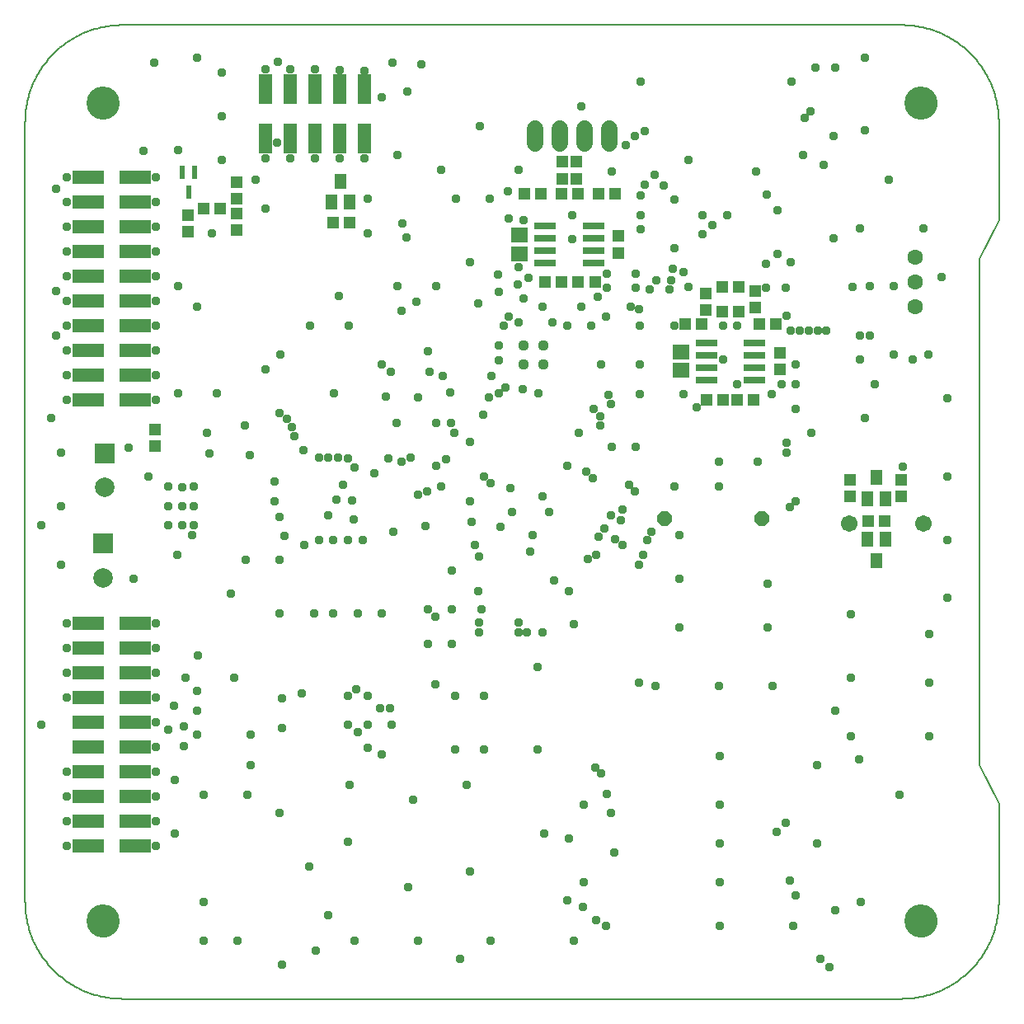
<source format=gbs>
G75*
%MOIN*%
%OFA0B0*%
%FSLAX25Y25*%
%IPPOS*%
%LPD*%
%AMOC8*
5,1,8,0,0,1.08239X$1,22.5*
%
%ADD10C,0.00600*%
%ADD11C,0.00000*%
%ADD12C,0.13398*%
%ADD13R,0.12800X0.05800*%
%ADD14R,0.05800X0.12300*%
%ADD15C,0.06312*%
%ADD16R,0.08600X0.03000*%
%ADD17R,0.05131X0.04737*%
%ADD18R,0.04737X0.05131*%
%ADD19R,0.06706X0.05918*%
%ADD20C,0.06706*%
%ADD21R,0.04737X0.06312*%
%ADD22OC8,0.05950*%
%ADD23R,0.02400X0.05400*%
%ADD24R,0.07887X0.07887*%
%ADD25C,0.07887*%
%ADD26C,0.06800*%
%ADD27C,0.03778*%
%ADD28C,0.04369*%
D10*
X0073544Y0042166D02*
X0388505Y0042166D01*
X0389456Y0042177D01*
X0390407Y0042212D01*
X0391357Y0042269D01*
X0392305Y0042350D01*
X0393251Y0042453D01*
X0394194Y0042579D01*
X0395133Y0042728D01*
X0396069Y0042899D01*
X0397000Y0043094D01*
X0397927Y0043310D01*
X0398848Y0043549D01*
X0399763Y0043810D01*
X0400671Y0044093D01*
X0401572Y0044398D01*
X0402466Y0044724D01*
X0403351Y0045073D01*
X0404228Y0045442D01*
X0405096Y0045832D01*
X0405953Y0046244D01*
X0406801Y0046676D01*
X0407638Y0047128D01*
X0408464Y0047600D01*
X0409278Y0048092D01*
X0410080Y0048604D01*
X0410870Y0049135D01*
X0411646Y0049685D01*
X0412409Y0050253D01*
X0413158Y0050840D01*
X0413892Y0051445D01*
X0414612Y0052067D01*
X0415317Y0052707D01*
X0416005Y0053363D01*
X0416678Y0054036D01*
X0417334Y0054724D01*
X0417974Y0055429D01*
X0418596Y0056149D01*
X0419201Y0056883D01*
X0419788Y0057632D01*
X0420356Y0058395D01*
X0420906Y0059171D01*
X0421437Y0059961D01*
X0421949Y0060763D01*
X0422441Y0061577D01*
X0422913Y0062403D01*
X0423365Y0063240D01*
X0423797Y0064088D01*
X0424209Y0064945D01*
X0424599Y0065813D01*
X0424968Y0066690D01*
X0425317Y0067575D01*
X0425643Y0068469D01*
X0425948Y0069370D01*
X0426231Y0070278D01*
X0426492Y0071193D01*
X0426731Y0072114D01*
X0426947Y0073041D01*
X0427142Y0073972D01*
X0427313Y0074908D01*
X0427462Y0075847D01*
X0427588Y0076790D01*
X0427691Y0077736D01*
X0427772Y0078684D01*
X0427829Y0079634D01*
X0427864Y0080585D01*
X0427875Y0081536D01*
X0427875Y0120906D01*
X0420001Y0136654D01*
X0420001Y0341379D01*
X0427875Y0357127D01*
X0427875Y0396497D01*
X0427864Y0397448D01*
X0427829Y0398399D01*
X0427772Y0399349D01*
X0427691Y0400297D01*
X0427588Y0401243D01*
X0427462Y0402186D01*
X0427313Y0403125D01*
X0427142Y0404061D01*
X0426947Y0404992D01*
X0426731Y0405919D01*
X0426492Y0406840D01*
X0426231Y0407755D01*
X0425948Y0408663D01*
X0425643Y0409564D01*
X0425317Y0410458D01*
X0424968Y0411343D01*
X0424599Y0412220D01*
X0424209Y0413088D01*
X0423797Y0413945D01*
X0423365Y0414793D01*
X0422913Y0415630D01*
X0422441Y0416456D01*
X0421949Y0417270D01*
X0421437Y0418072D01*
X0420906Y0418862D01*
X0420356Y0419638D01*
X0419788Y0420401D01*
X0419201Y0421150D01*
X0418596Y0421884D01*
X0417974Y0422604D01*
X0417334Y0423309D01*
X0416678Y0423997D01*
X0416005Y0424670D01*
X0415317Y0425326D01*
X0414612Y0425966D01*
X0413892Y0426588D01*
X0413158Y0427193D01*
X0412409Y0427780D01*
X0411646Y0428348D01*
X0410870Y0428898D01*
X0410080Y0429429D01*
X0409278Y0429941D01*
X0408464Y0430433D01*
X0407638Y0430905D01*
X0406801Y0431357D01*
X0405953Y0431789D01*
X0405096Y0432201D01*
X0404228Y0432591D01*
X0403351Y0432960D01*
X0402466Y0433309D01*
X0401572Y0433635D01*
X0400671Y0433940D01*
X0399763Y0434223D01*
X0398848Y0434484D01*
X0397927Y0434723D01*
X0397000Y0434939D01*
X0396069Y0435134D01*
X0395133Y0435305D01*
X0394194Y0435454D01*
X0393251Y0435580D01*
X0392305Y0435683D01*
X0391357Y0435764D01*
X0390407Y0435821D01*
X0389456Y0435856D01*
X0388505Y0435867D01*
X0073544Y0435867D01*
X0072593Y0435856D01*
X0071642Y0435821D01*
X0070692Y0435764D01*
X0069744Y0435683D01*
X0068798Y0435580D01*
X0067855Y0435454D01*
X0066916Y0435305D01*
X0065980Y0435134D01*
X0065049Y0434939D01*
X0064122Y0434723D01*
X0063201Y0434484D01*
X0062286Y0434223D01*
X0061378Y0433940D01*
X0060477Y0433635D01*
X0059583Y0433309D01*
X0058698Y0432960D01*
X0057821Y0432591D01*
X0056953Y0432201D01*
X0056096Y0431789D01*
X0055248Y0431357D01*
X0054411Y0430905D01*
X0053585Y0430433D01*
X0052771Y0429941D01*
X0051969Y0429429D01*
X0051179Y0428898D01*
X0050403Y0428348D01*
X0049640Y0427780D01*
X0048891Y0427193D01*
X0048157Y0426588D01*
X0047437Y0425966D01*
X0046732Y0425326D01*
X0046044Y0424670D01*
X0045371Y0423997D01*
X0044715Y0423309D01*
X0044075Y0422604D01*
X0043453Y0421884D01*
X0042848Y0421150D01*
X0042261Y0420401D01*
X0041693Y0419638D01*
X0041143Y0418862D01*
X0040612Y0418072D01*
X0040100Y0417270D01*
X0039608Y0416456D01*
X0039136Y0415630D01*
X0038684Y0414793D01*
X0038252Y0413945D01*
X0037840Y0413088D01*
X0037450Y0412220D01*
X0037081Y0411343D01*
X0036732Y0410458D01*
X0036406Y0409564D01*
X0036101Y0408663D01*
X0035818Y0407755D01*
X0035557Y0406840D01*
X0035318Y0405919D01*
X0035102Y0404992D01*
X0034907Y0404061D01*
X0034736Y0403125D01*
X0034587Y0402186D01*
X0034461Y0401243D01*
X0034358Y0400297D01*
X0034277Y0399349D01*
X0034220Y0398399D01*
X0034185Y0397448D01*
X0034174Y0396497D01*
X0034174Y0081536D01*
X0034185Y0080585D01*
X0034220Y0079634D01*
X0034277Y0078684D01*
X0034358Y0077736D01*
X0034461Y0076790D01*
X0034587Y0075847D01*
X0034736Y0074908D01*
X0034907Y0073972D01*
X0035102Y0073041D01*
X0035318Y0072114D01*
X0035557Y0071193D01*
X0035818Y0070278D01*
X0036101Y0069370D01*
X0036406Y0068469D01*
X0036732Y0067575D01*
X0037081Y0066690D01*
X0037450Y0065813D01*
X0037840Y0064945D01*
X0038252Y0064088D01*
X0038684Y0063240D01*
X0039136Y0062403D01*
X0039608Y0061577D01*
X0040100Y0060763D01*
X0040612Y0059961D01*
X0041143Y0059171D01*
X0041693Y0058395D01*
X0042261Y0057632D01*
X0042848Y0056883D01*
X0043453Y0056149D01*
X0044075Y0055429D01*
X0044715Y0054724D01*
X0045371Y0054036D01*
X0046044Y0053363D01*
X0046732Y0052707D01*
X0047437Y0052067D01*
X0048157Y0051445D01*
X0048891Y0050840D01*
X0049640Y0050253D01*
X0050403Y0049685D01*
X0051179Y0049135D01*
X0051969Y0048604D01*
X0052771Y0048092D01*
X0053585Y0047600D01*
X0054411Y0047128D01*
X0055248Y0046676D01*
X0056096Y0046244D01*
X0056953Y0045832D01*
X0057821Y0045442D01*
X0058698Y0045073D01*
X0059583Y0044724D01*
X0060477Y0044398D01*
X0061378Y0044093D01*
X0062286Y0043810D01*
X0063201Y0043549D01*
X0064122Y0043310D01*
X0065049Y0043094D01*
X0065980Y0042899D01*
X0066916Y0042728D01*
X0067855Y0042579D01*
X0068798Y0042453D01*
X0069744Y0042350D01*
X0070692Y0042269D01*
X0071642Y0042212D01*
X0072593Y0042177D01*
X0073544Y0042166D01*
D11*
X0059371Y0073662D02*
X0059373Y0073820D01*
X0059379Y0073978D01*
X0059389Y0074136D01*
X0059403Y0074294D01*
X0059421Y0074451D01*
X0059442Y0074608D01*
X0059468Y0074764D01*
X0059498Y0074920D01*
X0059531Y0075075D01*
X0059569Y0075228D01*
X0059610Y0075381D01*
X0059655Y0075533D01*
X0059704Y0075684D01*
X0059757Y0075833D01*
X0059813Y0075981D01*
X0059873Y0076127D01*
X0059937Y0076272D01*
X0060005Y0076415D01*
X0060076Y0076557D01*
X0060150Y0076697D01*
X0060228Y0076834D01*
X0060310Y0076970D01*
X0060394Y0077104D01*
X0060483Y0077235D01*
X0060574Y0077364D01*
X0060669Y0077491D01*
X0060766Y0077616D01*
X0060867Y0077738D01*
X0060971Y0077857D01*
X0061078Y0077974D01*
X0061188Y0078088D01*
X0061301Y0078199D01*
X0061416Y0078308D01*
X0061534Y0078413D01*
X0061655Y0078515D01*
X0061778Y0078615D01*
X0061904Y0078711D01*
X0062032Y0078804D01*
X0062162Y0078894D01*
X0062295Y0078980D01*
X0062430Y0079064D01*
X0062566Y0079143D01*
X0062705Y0079220D01*
X0062846Y0079292D01*
X0062988Y0079362D01*
X0063132Y0079427D01*
X0063278Y0079489D01*
X0063425Y0079547D01*
X0063574Y0079602D01*
X0063724Y0079653D01*
X0063875Y0079700D01*
X0064027Y0079743D01*
X0064180Y0079782D01*
X0064335Y0079818D01*
X0064490Y0079849D01*
X0064646Y0079877D01*
X0064802Y0079901D01*
X0064959Y0079921D01*
X0065117Y0079937D01*
X0065274Y0079949D01*
X0065433Y0079957D01*
X0065591Y0079961D01*
X0065749Y0079961D01*
X0065907Y0079957D01*
X0066066Y0079949D01*
X0066223Y0079937D01*
X0066381Y0079921D01*
X0066538Y0079901D01*
X0066694Y0079877D01*
X0066850Y0079849D01*
X0067005Y0079818D01*
X0067160Y0079782D01*
X0067313Y0079743D01*
X0067465Y0079700D01*
X0067616Y0079653D01*
X0067766Y0079602D01*
X0067915Y0079547D01*
X0068062Y0079489D01*
X0068208Y0079427D01*
X0068352Y0079362D01*
X0068494Y0079292D01*
X0068635Y0079220D01*
X0068774Y0079143D01*
X0068910Y0079064D01*
X0069045Y0078980D01*
X0069178Y0078894D01*
X0069308Y0078804D01*
X0069436Y0078711D01*
X0069562Y0078615D01*
X0069685Y0078515D01*
X0069806Y0078413D01*
X0069924Y0078308D01*
X0070039Y0078199D01*
X0070152Y0078088D01*
X0070262Y0077974D01*
X0070369Y0077857D01*
X0070473Y0077738D01*
X0070574Y0077616D01*
X0070671Y0077491D01*
X0070766Y0077364D01*
X0070857Y0077235D01*
X0070946Y0077104D01*
X0071030Y0076970D01*
X0071112Y0076834D01*
X0071190Y0076697D01*
X0071264Y0076557D01*
X0071335Y0076415D01*
X0071403Y0076272D01*
X0071467Y0076127D01*
X0071527Y0075981D01*
X0071583Y0075833D01*
X0071636Y0075684D01*
X0071685Y0075533D01*
X0071730Y0075381D01*
X0071771Y0075228D01*
X0071809Y0075075D01*
X0071842Y0074920D01*
X0071872Y0074764D01*
X0071898Y0074608D01*
X0071919Y0074451D01*
X0071937Y0074294D01*
X0071951Y0074136D01*
X0071961Y0073978D01*
X0071967Y0073820D01*
X0071969Y0073662D01*
X0071967Y0073504D01*
X0071961Y0073346D01*
X0071951Y0073188D01*
X0071937Y0073030D01*
X0071919Y0072873D01*
X0071898Y0072716D01*
X0071872Y0072560D01*
X0071842Y0072404D01*
X0071809Y0072249D01*
X0071771Y0072096D01*
X0071730Y0071943D01*
X0071685Y0071791D01*
X0071636Y0071640D01*
X0071583Y0071491D01*
X0071527Y0071343D01*
X0071467Y0071197D01*
X0071403Y0071052D01*
X0071335Y0070909D01*
X0071264Y0070767D01*
X0071190Y0070627D01*
X0071112Y0070490D01*
X0071030Y0070354D01*
X0070946Y0070220D01*
X0070857Y0070089D01*
X0070766Y0069960D01*
X0070671Y0069833D01*
X0070574Y0069708D01*
X0070473Y0069586D01*
X0070369Y0069467D01*
X0070262Y0069350D01*
X0070152Y0069236D01*
X0070039Y0069125D01*
X0069924Y0069016D01*
X0069806Y0068911D01*
X0069685Y0068809D01*
X0069562Y0068709D01*
X0069436Y0068613D01*
X0069308Y0068520D01*
X0069178Y0068430D01*
X0069045Y0068344D01*
X0068910Y0068260D01*
X0068774Y0068181D01*
X0068635Y0068104D01*
X0068494Y0068032D01*
X0068352Y0067962D01*
X0068208Y0067897D01*
X0068062Y0067835D01*
X0067915Y0067777D01*
X0067766Y0067722D01*
X0067616Y0067671D01*
X0067465Y0067624D01*
X0067313Y0067581D01*
X0067160Y0067542D01*
X0067005Y0067506D01*
X0066850Y0067475D01*
X0066694Y0067447D01*
X0066538Y0067423D01*
X0066381Y0067403D01*
X0066223Y0067387D01*
X0066066Y0067375D01*
X0065907Y0067367D01*
X0065749Y0067363D01*
X0065591Y0067363D01*
X0065433Y0067367D01*
X0065274Y0067375D01*
X0065117Y0067387D01*
X0064959Y0067403D01*
X0064802Y0067423D01*
X0064646Y0067447D01*
X0064490Y0067475D01*
X0064335Y0067506D01*
X0064180Y0067542D01*
X0064027Y0067581D01*
X0063875Y0067624D01*
X0063724Y0067671D01*
X0063574Y0067722D01*
X0063425Y0067777D01*
X0063278Y0067835D01*
X0063132Y0067897D01*
X0062988Y0067962D01*
X0062846Y0068032D01*
X0062705Y0068104D01*
X0062566Y0068181D01*
X0062430Y0068260D01*
X0062295Y0068344D01*
X0062162Y0068430D01*
X0062032Y0068520D01*
X0061904Y0068613D01*
X0061778Y0068709D01*
X0061655Y0068809D01*
X0061534Y0068911D01*
X0061416Y0069016D01*
X0061301Y0069125D01*
X0061188Y0069236D01*
X0061078Y0069350D01*
X0060971Y0069467D01*
X0060867Y0069586D01*
X0060766Y0069708D01*
X0060669Y0069833D01*
X0060574Y0069960D01*
X0060483Y0070089D01*
X0060394Y0070220D01*
X0060310Y0070354D01*
X0060228Y0070490D01*
X0060150Y0070627D01*
X0060076Y0070767D01*
X0060005Y0070909D01*
X0059937Y0071052D01*
X0059873Y0071197D01*
X0059813Y0071343D01*
X0059757Y0071491D01*
X0059704Y0071640D01*
X0059655Y0071791D01*
X0059610Y0071943D01*
X0059569Y0072096D01*
X0059531Y0072249D01*
X0059498Y0072404D01*
X0059468Y0072560D01*
X0059442Y0072716D01*
X0059421Y0072873D01*
X0059403Y0073030D01*
X0059389Y0073188D01*
X0059379Y0073346D01*
X0059373Y0073504D01*
X0059371Y0073662D01*
X0059371Y0404371D02*
X0059373Y0404529D01*
X0059379Y0404687D01*
X0059389Y0404845D01*
X0059403Y0405003D01*
X0059421Y0405160D01*
X0059442Y0405317D01*
X0059468Y0405473D01*
X0059498Y0405629D01*
X0059531Y0405784D01*
X0059569Y0405937D01*
X0059610Y0406090D01*
X0059655Y0406242D01*
X0059704Y0406393D01*
X0059757Y0406542D01*
X0059813Y0406690D01*
X0059873Y0406836D01*
X0059937Y0406981D01*
X0060005Y0407124D01*
X0060076Y0407266D01*
X0060150Y0407406D01*
X0060228Y0407543D01*
X0060310Y0407679D01*
X0060394Y0407813D01*
X0060483Y0407944D01*
X0060574Y0408073D01*
X0060669Y0408200D01*
X0060766Y0408325D01*
X0060867Y0408447D01*
X0060971Y0408566D01*
X0061078Y0408683D01*
X0061188Y0408797D01*
X0061301Y0408908D01*
X0061416Y0409017D01*
X0061534Y0409122D01*
X0061655Y0409224D01*
X0061778Y0409324D01*
X0061904Y0409420D01*
X0062032Y0409513D01*
X0062162Y0409603D01*
X0062295Y0409689D01*
X0062430Y0409773D01*
X0062566Y0409852D01*
X0062705Y0409929D01*
X0062846Y0410001D01*
X0062988Y0410071D01*
X0063132Y0410136D01*
X0063278Y0410198D01*
X0063425Y0410256D01*
X0063574Y0410311D01*
X0063724Y0410362D01*
X0063875Y0410409D01*
X0064027Y0410452D01*
X0064180Y0410491D01*
X0064335Y0410527D01*
X0064490Y0410558D01*
X0064646Y0410586D01*
X0064802Y0410610D01*
X0064959Y0410630D01*
X0065117Y0410646D01*
X0065274Y0410658D01*
X0065433Y0410666D01*
X0065591Y0410670D01*
X0065749Y0410670D01*
X0065907Y0410666D01*
X0066066Y0410658D01*
X0066223Y0410646D01*
X0066381Y0410630D01*
X0066538Y0410610D01*
X0066694Y0410586D01*
X0066850Y0410558D01*
X0067005Y0410527D01*
X0067160Y0410491D01*
X0067313Y0410452D01*
X0067465Y0410409D01*
X0067616Y0410362D01*
X0067766Y0410311D01*
X0067915Y0410256D01*
X0068062Y0410198D01*
X0068208Y0410136D01*
X0068352Y0410071D01*
X0068494Y0410001D01*
X0068635Y0409929D01*
X0068774Y0409852D01*
X0068910Y0409773D01*
X0069045Y0409689D01*
X0069178Y0409603D01*
X0069308Y0409513D01*
X0069436Y0409420D01*
X0069562Y0409324D01*
X0069685Y0409224D01*
X0069806Y0409122D01*
X0069924Y0409017D01*
X0070039Y0408908D01*
X0070152Y0408797D01*
X0070262Y0408683D01*
X0070369Y0408566D01*
X0070473Y0408447D01*
X0070574Y0408325D01*
X0070671Y0408200D01*
X0070766Y0408073D01*
X0070857Y0407944D01*
X0070946Y0407813D01*
X0071030Y0407679D01*
X0071112Y0407543D01*
X0071190Y0407406D01*
X0071264Y0407266D01*
X0071335Y0407124D01*
X0071403Y0406981D01*
X0071467Y0406836D01*
X0071527Y0406690D01*
X0071583Y0406542D01*
X0071636Y0406393D01*
X0071685Y0406242D01*
X0071730Y0406090D01*
X0071771Y0405937D01*
X0071809Y0405784D01*
X0071842Y0405629D01*
X0071872Y0405473D01*
X0071898Y0405317D01*
X0071919Y0405160D01*
X0071937Y0405003D01*
X0071951Y0404845D01*
X0071961Y0404687D01*
X0071967Y0404529D01*
X0071969Y0404371D01*
X0071967Y0404213D01*
X0071961Y0404055D01*
X0071951Y0403897D01*
X0071937Y0403739D01*
X0071919Y0403582D01*
X0071898Y0403425D01*
X0071872Y0403269D01*
X0071842Y0403113D01*
X0071809Y0402958D01*
X0071771Y0402805D01*
X0071730Y0402652D01*
X0071685Y0402500D01*
X0071636Y0402349D01*
X0071583Y0402200D01*
X0071527Y0402052D01*
X0071467Y0401906D01*
X0071403Y0401761D01*
X0071335Y0401618D01*
X0071264Y0401476D01*
X0071190Y0401336D01*
X0071112Y0401199D01*
X0071030Y0401063D01*
X0070946Y0400929D01*
X0070857Y0400798D01*
X0070766Y0400669D01*
X0070671Y0400542D01*
X0070574Y0400417D01*
X0070473Y0400295D01*
X0070369Y0400176D01*
X0070262Y0400059D01*
X0070152Y0399945D01*
X0070039Y0399834D01*
X0069924Y0399725D01*
X0069806Y0399620D01*
X0069685Y0399518D01*
X0069562Y0399418D01*
X0069436Y0399322D01*
X0069308Y0399229D01*
X0069178Y0399139D01*
X0069045Y0399053D01*
X0068910Y0398969D01*
X0068774Y0398890D01*
X0068635Y0398813D01*
X0068494Y0398741D01*
X0068352Y0398671D01*
X0068208Y0398606D01*
X0068062Y0398544D01*
X0067915Y0398486D01*
X0067766Y0398431D01*
X0067616Y0398380D01*
X0067465Y0398333D01*
X0067313Y0398290D01*
X0067160Y0398251D01*
X0067005Y0398215D01*
X0066850Y0398184D01*
X0066694Y0398156D01*
X0066538Y0398132D01*
X0066381Y0398112D01*
X0066223Y0398096D01*
X0066066Y0398084D01*
X0065907Y0398076D01*
X0065749Y0398072D01*
X0065591Y0398072D01*
X0065433Y0398076D01*
X0065274Y0398084D01*
X0065117Y0398096D01*
X0064959Y0398112D01*
X0064802Y0398132D01*
X0064646Y0398156D01*
X0064490Y0398184D01*
X0064335Y0398215D01*
X0064180Y0398251D01*
X0064027Y0398290D01*
X0063875Y0398333D01*
X0063724Y0398380D01*
X0063574Y0398431D01*
X0063425Y0398486D01*
X0063278Y0398544D01*
X0063132Y0398606D01*
X0062988Y0398671D01*
X0062846Y0398741D01*
X0062705Y0398813D01*
X0062566Y0398890D01*
X0062430Y0398969D01*
X0062295Y0399053D01*
X0062162Y0399139D01*
X0062032Y0399229D01*
X0061904Y0399322D01*
X0061778Y0399418D01*
X0061655Y0399518D01*
X0061534Y0399620D01*
X0061416Y0399725D01*
X0061301Y0399834D01*
X0061188Y0399945D01*
X0061078Y0400059D01*
X0060971Y0400176D01*
X0060867Y0400295D01*
X0060766Y0400417D01*
X0060669Y0400542D01*
X0060574Y0400669D01*
X0060483Y0400798D01*
X0060394Y0400929D01*
X0060310Y0401063D01*
X0060228Y0401199D01*
X0060150Y0401336D01*
X0060076Y0401476D01*
X0060005Y0401618D01*
X0059937Y0401761D01*
X0059873Y0401906D01*
X0059813Y0402052D01*
X0059757Y0402200D01*
X0059704Y0402349D01*
X0059655Y0402500D01*
X0059610Y0402652D01*
X0059569Y0402805D01*
X0059531Y0402958D01*
X0059498Y0403113D01*
X0059468Y0403269D01*
X0059442Y0403425D01*
X0059421Y0403582D01*
X0059403Y0403739D01*
X0059389Y0403897D01*
X0059379Y0404055D01*
X0059373Y0404213D01*
X0059371Y0404371D01*
X0390080Y0404371D02*
X0390082Y0404529D01*
X0390088Y0404687D01*
X0390098Y0404845D01*
X0390112Y0405003D01*
X0390130Y0405160D01*
X0390151Y0405317D01*
X0390177Y0405473D01*
X0390207Y0405629D01*
X0390240Y0405784D01*
X0390278Y0405937D01*
X0390319Y0406090D01*
X0390364Y0406242D01*
X0390413Y0406393D01*
X0390466Y0406542D01*
X0390522Y0406690D01*
X0390582Y0406836D01*
X0390646Y0406981D01*
X0390714Y0407124D01*
X0390785Y0407266D01*
X0390859Y0407406D01*
X0390937Y0407543D01*
X0391019Y0407679D01*
X0391103Y0407813D01*
X0391192Y0407944D01*
X0391283Y0408073D01*
X0391378Y0408200D01*
X0391475Y0408325D01*
X0391576Y0408447D01*
X0391680Y0408566D01*
X0391787Y0408683D01*
X0391897Y0408797D01*
X0392010Y0408908D01*
X0392125Y0409017D01*
X0392243Y0409122D01*
X0392364Y0409224D01*
X0392487Y0409324D01*
X0392613Y0409420D01*
X0392741Y0409513D01*
X0392871Y0409603D01*
X0393004Y0409689D01*
X0393139Y0409773D01*
X0393275Y0409852D01*
X0393414Y0409929D01*
X0393555Y0410001D01*
X0393697Y0410071D01*
X0393841Y0410136D01*
X0393987Y0410198D01*
X0394134Y0410256D01*
X0394283Y0410311D01*
X0394433Y0410362D01*
X0394584Y0410409D01*
X0394736Y0410452D01*
X0394889Y0410491D01*
X0395044Y0410527D01*
X0395199Y0410558D01*
X0395355Y0410586D01*
X0395511Y0410610D01*
X0395668Y0410630D01*
X0395826Y0410646D01*
X0395983Y0410658D01*
X0396142Y0410666D01*
X0396300Y0410670D01*
X0396458Y0410670D01*
X0396616Y0410666D01*
X0396775Y0410658D01*
X0396932Y0410646D01*
X0397090Y0410630D01*
X0397247Y0410610D01*
X0397403Y0410586D01*
X0397559Y0410558D01*
X0397714Y0410527D01*
X0397869Y0410491D01*
X0398022Y0410452D01*
X0398174Y0410409D01*
X0398325Y0410362D01*
X0398475Y0410311D01*
X0398624Y0410256D01*
X0398771Y0410198D01*
X0398917Y0410136D01*
X0399061Y0410071D01*
X0399203Y0410001D01*
X0399344Y0409929D01*
X0399483Y0409852D01*
X0399619Y0409773D01*
X0399754Y0409689D01*
X0399887Y0409603D01*
X0400017Y0409513D01*
X0400145Y0409420D01*
X0400271Y0409324D01*
X0400394Y0409224D01*
X0400515Y0409122D01*
X0400633Y0409017D01*
X0400748Y0408908D01*
X0400861Y0408797D01*
X0400971Y0408683D01*
X0401078Y0408566D01*
X0401182Y0408447D01*
X0401283Y0408325D01*
X0401380Y0408200D01*
X0401475Y0408073D01*
X0401566Y0407944D01*
X0401655Y0407813D01*
X0401739Y0407679D01*
X0401821Y0407543D01*
X0401899Y0407406D01*
X0401973Y0407266D01*
X0402044Y0407124D01*
X0402112Y0406981D01*
X0402176Y0406836D01*
X0402236Y0406690D01*
X0402292Y0406542D01*
X0402345Y0406393D01*
X0402394Y0406242D01*
X0402439Y0406090D01*
X0402480Y0405937D01*
X0402518Y0405784D01*
X0402551Y0405629D01*
X0402581Y0405473D01*
X0402607Y0405317D01*
X0402628Y0405160D01*
X0402646Y0405003D01*
X0402660Y0404845D01*
X0402670Y0404687D01*
X0402676Y0404529D01*
X0402678Y0404371D01*
X0402676Y0404213D01*
X0402670Y0404055D01*
X0402660Y0403897D01*
X0402646Y0403739D01*
X0402628Y0403582D01*
X0402607Y0403425D01*
X0402581Y0403269D01*
X0402551Y0403113D01*
X0402518Y0402958D01*
X0402480Y0402805D01*
X0402439Y0402652D01*
X0402394Y0402500D01*
X0402345Y0402349D01*
X0402292Y0402200D01*
X0402236Y0402052D01*
X0402176Y0401906D01*
X0402112Y0401761D01*
X0402044Y0401618D01*
X0401973Y0401476D01*
X0401899Y0401336D01*
X0401821Y0401199D01*
X0401739Y0401063D01*
X0401655Y0400929D01*
X0401566Y0400798D01*
X0401475Y0400669D01*
X0401380Y0400542D01*
X0401283Y0400417D01*
X0401182Y0400295D01*
X0401078Y0400176D01*
X0400971Y0400059D01*
X0400861Y0399945D01*
X0400748Y0399834D01*
X0400633Y0399725D01*
X0400515Y0399620D01*
X0400394Y0399518D01*
X0400271Y0399418D01*
X0400145Y0399322D01*
X0400017Y0399229D01*
X0399887Y0399139D01*
X0399754Y0399053D01*
X0399619Y0398969D01*
X0399483Y0398890D01*
X0399344Y0398813D01*
X0399203Y0398741D01*
X0399061Y0398671D01*
X0398917Y0398606D01*
X0398771Y0398544D01*
X0398624Y0398486D01*
X0398475Y0398431D01*
X0398325Y0398380D01*
X0398174Y0398333D01*
X0398022Y0398290D01*
X0397869Y0398251D01*
X0397714Y0398215D01*
X0397559Y0398184D01*
X0397403Y0398156D01*
X0397247Y0398132D01*
X0397090Y0398112D01*
X0396932Y0398096D01*
X0396775Y0398084D01*
X0396616Y0398076D01*
X0396458Y0398072D01*
X0396300Y0398072D01*
X0396142Y0398076D01*
X0395983Y0398084D01*
X0395826Y0398096D01*
X0395668Y0398112D01*
X0395511Y0398132D01*
X0395355Y0398156D01*
X0395199Y0398184D01*
X0395044Y0398215D01*
X0394889Y0398251D01*
X0394736Y0398290D01*
X0394584Y0398333D01*
X0394433Y0398380D01*
X0394283Y0398431D01*
X0394134Y0398486D01*
X0393987Y0398544D01*
X0393841Y0398606D01*
X0393697Y0398671D01*
X0393555Y0398741D01*
X0393414Y0398813D01*
X0393275Y0398890D01*
X0393139Y0398969D01*
X0393004Y0399053D01*
X0392871Y0399139D01*
X0392741Y0399229D01*
X0392613Y0399322D01*
X0392487Y0399418D01*
X0392364Y0399518D01*
X0392243Y0399620D01*
X0392125Y0399725D01*
X0392010Y0399834D01*
X0391897Y0399945D01*
X0391787Y0400059D01*
X0391680Y0400176D01*
X0391576Y0400295D01*
X0391475Y0400417D01*
X0391378Y0400542D01*
X0391283Y0400669D01*
X0391192Y0400798D01*
X0391103Y0400929D01*
X0391019Y0401063D01*
X0390937Y0401199D01*
X0390859Y0401336D01*
X0390785Y0401476D01*
X0390714Y0401618D01*
X0390646Y0401761D01*
X0390582Y0401906D01*
X0390522Y0402052D01*
X0390466Y0402200D01*
X0390413Y0402349D01*
X0390364Y0402500D01*
X0390319Y0402652D01*
X0390278Y0402805D01*
X0390240Y0402958D01*
X0390207Y0403113D01*
X0390177Y0403269D01*
X0390151Y0403425D01*
X0390130Y0403582D01*
X0390112Y0403739D01*
X0390098Y0403897D01*
X0390088Y0404055D01*
X0390082Y0404213D01*
X0390080Y0404371D01*
X0390080Y0073662D02*
X0390082Y0073820D01*
X0390088Y0073978D01*
X0390098Y0074136D01*
X0390112Y0074294D01*
X0390130Y0074451D01*
X0390151Y0074608D01*
X0390177Y0074764D01*
X0390207Y0074920D01*
X0390240Y0075075D01*
X0390278Y0075228D01*
X0390319Y0075381D01*
X0390364Y0075533D01*
X0390413Y0075684D01*
X0390466Y0075833D01*
X0390522Y0075981D01*
X0390582Y0076127D01*
X0390646Y0076272D01*
X0390714Y0076415D01*
X0390785Y0076557D01*
X0390859Y0076697D01*
X0390937Y0076834D01*
X0391019Y0076970D01*
X0391103Y0077104D01*
X0391192Y0077235D01*
X0391283Y0077364D01*
X0391378Y0077491D01*
X0391475Y0077616D01*
X0391576Y0077738D01*
X0391680Y0077857D01*
X0391787Y0077974D01*
X0391897Y0078088D01*
X0392010Y0078199D01*
X0392125Y0078308D01*
X0392243Y0078413D01*
X0392364Y0078515D01*
X0392487Y0078615D01*
X0392613Y0078711D01*
X0392741Y0078804D01*
X0392871Y0078894D01*
X0393004Y0078980D01*
X0393139Y0079064D01*
X0393275Y0079143D01*
X0393414Y0079220D01*
X0393555Y0079292D01*
X0393697Y0079362D01*
X0393841Y0079427D01*
X0393987Y0079489D01*
X0394134Y0079547D01*
X0394283Y0079602D01*
X0394433Y0079653D01*
X0394584Y0079700D01*
X0394736Y0079743D01*
X0394889Y0079782D01*
X0395044Y0079818D01*
X0395199Y0079849D01*
X0395355Y0079877D01*
X0395511Y0079901D01*
X0395668Y0079921D01*
X0395826Y0079937D01*
X0395983Y0079949D01*
X0396142Y0079957D01*
X0396300Y0079961D01*
X0396458Y0079961D01*
X0396616Y0079957D01*
X0396775Y0079949D01*
X0396932Y0079937D01*
X0397090Y0079921D01*
X0397247Y0079901D01*
X0397403Y0079877D01*
X0397559Y0079849D01*
X0397714Y0079818D01*
X0397869Y0079782D01*
X0398022Y0079743D01*
X0398174Y0079700D01*
X0398325Y0079653D01*
X0398475Y0079602D01*
X0398624Y0079547D01*
X0398771Y0079489D01*
X0398917Y0079427D01*
X0399061Y0079362D01*
X0399203Y0079292D01*
X0399344Y0079220D01*
X0399483Y0079143D01*
X0399619Y0079064D01*
X0399754Y0078980D01*
X0399887Y0078894D01*
X0400017Y0078804D01*
X0400145Y0078711D01*
X0400271Y0078615D01*
X0400394Y0078515D01*
X0400515Y0078413D01*
X0400633Y0078308D01*
X0400748Y0078199D01*
X0400861Y0078088D01*
X0400971Y0077974D01*
X0401078Y0077857D01*
X0401182Y0077738D01*
X0401283Y0077616D01*
X0401380Y0077491D01*
X0401475Y0077364D01*
X0401566Y0077235D01*
X0401655Y0077104D01*
X0401739Y0076970D01*
X0401821Y0076834D01*
X0401899Y0076697D01*
X0401973Y0076557D01*
X0402044Y0076415D01*
X0402112Y0076272D01*
X0402176Y0076127D01*
X0402236Y0075981D01*
X0402292Y0075833D01*
X0402345Y0075684D01*
X0402394Y0075533D01*
X0402439Y0075381D01*
X0402480Y0075228D01*
X0402518Y0075075D01*
X0402551Y0074920D01*
X0402581Y0074764D01*
X0402607Y0074608D01*
X0402628Y0074451D01*
X0402646Y0074294D01*
X0402660Y0074136D01*
X0402670Y0073978D01*
X0402676Y0073820D01*
X0402678Y0073662D01*
X0402676Y0073504D01*
X0402670Y0073346D01*
X0402660Y0073188D01*
X0402646Y0073030D01*
X0402628Y0072873D01*
X0402607Y0072716D01*
X0402581Y0072560D01*
X0402551Y0072404D01*
X0402518Y0072249D01*
X0402480Y0072096D01*
X0402439Y0071943D01*
X0402394Y0071791D01*
X0402345Y0071640D01*
X0402292Y0071491D01*
X0402236Y0071343D01*
X0402176Y0071197D01*
X0402112Y0071052D01*
X0402044Y0070909D01*
X0401973Y0070767D01*
X0401899Y0070627D01*
X0401821Y0070490D01*
X0401739Y0070354D01*
X0401655Y0070220D01*
X0401566Y0070089D01*
X0401475Y0069960D01*
X0401380Y0069833D01*
X0401283Y0069708D01*
X0401182Y0069586D01*
X0401078Y0069467D01*
X0400971Y0069350D01*
X0400861Y0069236D01*
X0400748Y0069125D01*
X0400633Y0069016D01*
X0400515Y0068911D01*
X0400394Y0068809D01*
X0400271Y0068709D01*
X0400145Y0068613D01*
X0400017Y0068520D01*
X0399887Y0068430D01*
X0399754Y0068344D01*
X0399619Y0068260D01*
X0399483Y0068181D01*
X0399344Y0068104D01*
X0399203Y0068032D01*
X0399061Y0067962D01*
X0398917Y0067897D01*
X0398771Y0067835D01*
X0398624Y0067777D01*
X0398475Y0067722D01*
X0398325Y0067671D01*
X0398174Y0067624D01*
X0398022Y0067581D01*
X0397869Y0067542D01*
X0397714Y0067506D01*
X0397559Y0067475D01*
X0397403Y0067447D01*
X0397247Y0067423D01*
X0397090Y0067403D01*
X0396932Y0067387D01*
X0396775Y0067375D01*
X0396616Y0067367D01*
X0396458Y0067363D01*
X0396300Y0067363D01*
X0396142Y0067367D01*
X0395983Y0067375D01*
X0395826Y0067387D01*
X0395668Y0067403D01*
X0395511Y0067423D01*
X0395355Y0067447D01*
X0395199Y0067475D01*
X0395044Y0067506D01*
X0394889Y0067542D01*
X0394736Y0067581D01*
X0394584Y0067624D01*
X0394433Y0067671D01*
X0394283Y0067722D01*
X0394134Y0067777D01*
X0393987Y0067835D01*
X0393841Y0067897D01*
X0393697Y0067962D01*
X0393555Y0068032D01*
X0393414Y0068104D01*
X0393275Y0068181D01*
X0393139Y0068260D01*
X0393004Y0068344D01*
X0392871Y0068430D01*
X0392741Y0068520D01*
X0392613Y0068613D01*
X0392487Y0068709D01*
X0392364Y0068809D01*
X0392243Y0068911D01*
X0392125Y0069016D01*
X0392010Y0069125D01*
X0391897Y0069236D01*
X0391787Y0069350D01*
X0391680Y0069467D01*
X0391576Y0069586D01*
X0391475Y0069708D01*
X0391378Y0069833D01*
X0391283Y0069960D01*
X0391192Y0070089D01*
X0391103Y0070220D01*
X0391019Y0070354D01*
X0390937Y0070490D01*
X0390859Y0070627D01*
X0390785Y0070767D01*
X0390714Y0070909D01*
X0390646Y0071052D01*
X0390582Y0071197D01*
X0390522Y0071343D01*
X0390466Y0071491D01*
X0390413Y0071640D01*
X0390364Y0071791D01*
X0390319Y0071943D01*
X0390278Y0072096D01*
X0390240Y0072249D01*
X0390207Y0072404D01*
X0390177Y0072560D01*
X0390151Y0072716D01*
X0390130Y0072873D01*
X0390112Y0073030D01*
X0390098Y0073188D01*
X0390088Y0073346D01*
X0390082Y0073504D01*
X0390080Y0073662D01*
D12*
X0396379Y0073662D03*
X0065670Y0073662D03*
X0065670Y0404371D03*
X0396379Y0404371D03*
D13*
X0078674Y0374269D03*
X0078674Y0364269D03*
X0078674Y0354269D03*
X0078674Y0344269D03*
X0078674Y0334269D03*
X0078674Y0324269D03*
X0078674Y0314269D03*
X0078674Y0304269D03*
X0078674Y0294269D03*
X0078674Y0284269D03*
X0059674Y0284269D03*
X0059674Y0294269D03*
X0059674Y0304269D03*
X0059674Y0314269D03*
X0059674Y0324269D03*
X0059674Y0334269D03*
X0059674Y0344269D03*
X0059674Y0354269D03*
X0059674Y0364269D03*
X0059674Y0374269D03*
X0059674Y0194056D03*
X0059674Y0184056D03*
X0059674Y0174056D03*
X0059674Y0164056D03*
X0059674Y0154056D03*
X0059674Y0144056D03*
X0059674Y0134056D03*
X0059674Y0124056D03*
X0059674Y0114056D03*
X0059674Y0104056D03*
X0078674Y0104056D03*
X0078674Y0114056D03*
X0078674Y0124056D03*
X0078674Y0134056D03*
X0078674Y0144056D03*
X0078674Y0154056D03*
X0078674Y0164056D03*
X0078674Y0174056D03*
X0078674Y0184056D03*
X0078674Y0194056D03*
D14*
X0131308Y0389876D03*
X0141308Y0389876D03*
X0151308Y0389876D03*
X0161308Y0389876D03*
X0171308Y0389876D03*
X0171308Y0410126D03*
X0161308Y0410126D03*
X0151308Y0410126D03*
X0141308Y0410126D03*
X0131308Y0410126D03*
D15*
X0394174Y0342166D03*
X0394174Y0332166D03*
X0394174Y0322166D03*
D16*
X0329110Y0307422D03*
X0329110Y0302422D03*
X0329110Y0297422D03*
X0329110Y0292422D03*
X0309710Y0292422D03*
X0309710Y0297422D03*
X0309710Y0302422D03*
X0309710Y0307422D03*
X0263874Y0339666D03*
X0263874Y0344666D03*
X0263874Y0349666D03*
X0263874Y0354666D03*
X0244474Y0354666D03*
X0244474Y0349666D03*
X0244474Y0344666D03*
X0244474Y0339666D03*
D17*
X0257828Y0332166D03*
X0264520Y0332166D03*
X0265985Y0367717D03*
X0272678Y0367717D03*
X0257678Y0367717D03*
X0250985Y0367717D03*
X0251300Y0373820D03*
X0257048Y0373820D03*
X0257048Y0380513D03*
X0251300Y0380513D03*
X0242678Y0367717D03*
X0235985Y0367717D03*
X0301064Y0314922D03*
X0307757Y0314922D03*
X0309410Y0320576D03*
X0309410Y0327269D03*
X0316064Y0319922D03*
X0322757Y0319922D03*
X0329410Y0321576D03*
X0331064Y0314922D03*
X0337757Y0314922D03*
X0329410Y0328269D03*
X0328757Y0284422D03*
X0322064Y0284422D03*
X0367808Y0252127D03*
X0367808Y0245434D03*
X0388308Y0245434D03*
X0388308Y0252127D03*
X0119847Y0352843D03*
X0119847Y0359536D03*
X0119694Y0365595D03*
X0119694Y0372288D03*
D18*
X0112914Y0361654D03*
X0106221Y0361654D03*
X0099922Y0358977D03*
X0099922Y0352284D03*
X0158591Y0356162D03*
X0165284Y0356162D03*
X0244328Y0332166D03*
X0251020Y0332166D03*
X0274174Y0343820D03*
X0274174Y0350513D03*
X0316064Y0329922D03*
X0322757Y0329922D03*
X0339410Y0303269D03*
X0339410Y0296576D03*
X0316257Y0284422D03*
X0309564Y0284422D03*
X0374961Y0235280D03*
X0381654Y0235280D03*
X0086812Y0265631D03*
X0086812Y0272324D03*
D19*
X0234174Y0343426D03*
X0234174Y0350906D03*
X0299410Y0303662D03*
X0299410Y0296182D03*
D20*
X0367284Y0234292D03*
X0397206Y0234292D03*
D21*
X0382048Y0228111D03*
X0374568Y0228111D03*
X0378308Y0219450D03*
X0382048Y0244450D03*
X0374568Y0244450D03*
X0378308Y0253111D03*
X0165394Y0364174D03*
X0157914Y0364174D03*
X0161654Y0372835D03*
D22*
X0292717Y0236261D03*
X0332087Y0236261D03*
D23*
X0100225Y0368279D03*
X0097625Y0376479D03*
X0102825Y0376479D03*
D24*
X0066261Y0262643D03*
X0065761Y0226209D03*
D25*
X0065761Y0212430D03*
X0066261Y0248863D03*
D26*
X0240237Y0388064D02*
X0240237Y0394064D01*
X0250237Y0394064D02*
X0250237Y0388064D01*
X0260237Y0388064D02*
X0260237Y0394064D01*
X0270237Y0394064D02*
X0270237Y0388064D01*
D27*
X0277154Y0387269D03*
X0280828Y0391064D03*
X0284765Y0393032D03*
X0288702Y0375316D03*
X0284765Y0371379D03*
X0283072Y0366981D03*
X0283072Y0359107D03*
X0283072Y0353202D03*
X0296576Y0345788D03*
X0295985Y0337324D03*
X0295504Y0332709D03*
X0294607Y0328859D03*
X0289322Y0332511D03*
X0286733Y0329056D03*
X0281103Y0329580D03*
X0281103Y0335485D03*
X0269292Y0335485D03*
X0269292Y0329580D03*
X0265524Y0326103D03*
X0259174Y0322166D03*
X0263111Y0314292D03*
X0269017Y0318166D03*
X0278859Y0322166D03*
X0282296Y0321166D03*
X0282796Y0314292D03*
X0296576Y0314292D03*
X0302481Y0330040D03*
X0300513Y0335946D03*
X0308111Y0351233D03*
X0312048Y0355170D03*
X0308111Y0359107D03*
X0317954Y0359107D03*
X0333977Y0367442D03*
X0338190Y0361076D03*
X0329765Y0376824D03*
X0348765Y0383190D03*
X0357143Y0379253D03*
X0361047Y0391064D03*
X0351694Y0400906D03*
X0349223Y0398317D03*
X0344083Y0412859D03*
X0353662Y0418623D03*
X0361536Y0418623D03*
X0373611Y0422702D03*
X0373611Y0393174D03*
X0383454Y0373489D03*
X0371643Y0353804D03*
X0361047Y0349725D03*
X0343820Y0339883D03*
X0338190Y0343359D03*
X0333702Y0339422D03*
X0333702Y0329580D03*
X0341576Y0329580D03*
X0341851Y0318229D03*
X0343820Y0312324D03*
X0347398Y0312324D03*
X0350976Y0312324D03*
X0354554Y0312324D03*
X0358131Y0312324D03*
X0371643Y0310497D03*
X0375580Y0310497D03*
X0371643Y0300654D03*
X0377548Y0290812D03*
X0385422Y0302623D03*
X0393032Y0300513D03*
X0399202Y0302623D03*
X0407076Y0284906D03*
X0389095Y0257206D03*
X0407076Y0253410D03*
X0407076Y0227820D03*
X0407076Y0204198D03*
X0399646Y0189674D03*
X0399646Y0169989D03*
X0399646Y0148335D03*
X0387835Y0124713D03*
X0371379Y0139095D03*
X0368150Y0148335D03*
X0361536Y0158780D03*
X0368150Y0171957D03*
X0368150Y0197548D03*
X0336209Y0168765D03*
X0314556Y0168765D03*
X0288965Y0168765D03*
X0282428Y0170001D03*
X0298808Y0192387D03*
X0298808Y0212072D03*
X0284028Y0221772D03*
X0282428Y0217835D03*
X0275650Y0225709D03*
X0272756Y0227876D03*
X0268426Y0232206D03*
X0265978Y0228960D03*
X0265080Y0221772D03*
X0261715Y0220077D03*
X0254174Y0207166D03*
X0248072Y0211328D03*
X0238229Y0223139D03*
X0239489Y0229646D03*
X0246103Y0238887D03*
X0243426Y0245394D03*
X0231024Y0239017D03*
X0226418Y0232981D03*
X0214607Y0234950D03*
X0213898Y0243426D03*
X0222393Y0250797D03*
X0219804Y0253269D03*
X0230355Y0248729D03*
X0214162Y0267190D03*
X0207674Y0271166D03*
X0206288Y0275064D03*
X0200383Y0275064D03*
X0193174Y0285385D03*
X0205938Y0287308D03*
X0202989Y0294166D03*
X0197824Y0295725D03*
X0197083Y0304009D03*
X0182076Y0295725D03*
X0178465Y0298544D03*
X0180036Y0285725D03*
X0184233Y0274981D03*
X0181143Y0260540D03*
X0186339Y0259174D03*
X0190085Y0261143D03*
X0200423Y0257509D03*
X0204323Y0260315D03*
X0202235Y0249184D03*
X0196752Y0247363D03*
X0193174Y0246166D03*
X0196174Y0233261D03*
X0183111Y0231013D03*
X0170591Y0227678D03*
X0164686Y0227678D03*
X0158780Y0227678D03*
X0152875Y0227678D03*
X0146969Y0225709D03*
X0139095Y0229220D03*
X0137127Y0236900D03*
X0135158Y0243426D03*
X0135158Y0251300D03*
X0124918Y0262103D03*
X0122950Y0273914D03*
X0137127Y0278859D03*
X0140084Y0276756D03*
X0141864Y0273476D03*
X0142916Y0269666D03*
X0146572Y0264072D03*
X0152875Y0261143D03*
X0156812Y0261143D03*
X0160749Y0261143D03*
X0164686Y0260522D03*
X0167213Y0257020D03*
X0162763Y0249952D03*
X0160174Y0244166D03*
X0156812Y0237520D03*
X0167174Y0236166D03*
X0166194Y0243780D03*
X0175237Y0254635D03*
X0159044Y0286875D03*
X0137391Y0302623D03*
X0131221Y0296576D03*
X0111800Y0286875D03*
X0096052Y0286875D03*
X0087174Y0284269D03*
X0087174Y0294269D03*
X0087174Y0304269D03*
X0087174Y0314269D03*
X0087174Y0324269D03*
X0087174Y0334269D03*
X0096052Y0330182D03*
X0103662Y0322166D03*
X0087174Y0344269D03*
X0087174Y0354269D03*
X0087174Y0364269D03*
X0087174Y0374269D03*
X0082009Y0385158D03*
X0096052Y0385300D03*
X0113769Y0381363D03*
X0127284Y0373347D03*
X0131308Y0382001D03*
X0136013Y0388450D03*
X0141308Y0382001D03*
X0151308Y0382001D03*
X0161308Y0382001D03*
X0171308Y0382001D03*
X0184635Y0383331D03*
X0202351Y0377426D03*
X0208257Y0365615D03*
X0222036Y0365615D03*
X0229320Y0368560D03*
X0233737Y0377257D03*
X0229800Y0357572D03*
X0235828Y0357139D03*
X0233583Y0337914D03*
X0237796Y0333517D03*
X0233257Y0331158D03*
X0235552Y0325483D03*
X0243426Y0322166D03*
X0247363Y0315577D03*
X0253269Y0314292D03*
X0233583Y0315577D03*
X0229646Y0318166D03*
X0227678Y0314292D03*
X0225709Y0306418D03*
X0225576Y0300225D03*
X0222674Y0294166D03*
X0228365Y0289389D03*
X0225709Y0286985D03*
X0221772Y0285385D03*
X0219438Y0278308D03*
X0235475Y0288527D03*
X0241515Y0287166D03*
X0258111Y0271166D03*
X0266654Y0273938D03*
X0266546Y0277708D03*
X0263873Y0280686D03*
X0270985Y0282796D03*
X0269861Y0286374D03*
X0267048Y0298544D03*
X0282796Y0298544D03*
X0282796Y0286733D03*
X0300513Y0286733D03*
X0305571Y0281327D03*
X0322166Y0290670D03*
X0316261Y0300513D03*
X0316261Y0314292D03*
X0322166Y0314292D03*
X0345788Y0298544D03*
X0345788Y0290670D03*
X0339883Y0290670D03*
X0335946Y0286733D03*
X0345788Y0280828D03*
X0351957Y0271127D03*
X0341851Y0267048D03*
X0341851Y0263111D03*
X0330304Y0259316D03*
X0314556Y0259316D03*
X0314556Y0249473D03*
X0296576Y0249331D03*
X0280828Y0247363D03*
X0278298Y0249893D03*
X0275650Y0239898D03*
X0274922Y0235552D03*
X0270985Y0237520D03*
X0263673Y0252707D03*
X0261143Y0255237D03*
X0253417Y0257826D03*
X0271249Y0265221D03*
X0281091Y0265221D03*
X0287228Y0231138D03*
X0285628Y0227678D03*
X0298808Y0229788D03*
X0334241Y0210103D03*
X0334241Y0192387D03*
X0343199Y0240955D03*
X0345788Y0243426D03*
X0373611Y0277032D03*
X0375580Y0330182D03*
X0368790Y0330040D03*
X0385422Y0330182D03*
X0404843Y0333977D03*
X0397233Y0353804D03*
X0302481Y0381221D03*
X0292363Y0370918D03*
X0296576Y0365473D03*
X0271261Y0376824D03*
X0255513Y0359107D03*
X0255513Y0349265D03*
X0225383Y0335095D03*
X0225709Y0328072D03*
X0217509Y0323284D03*
X0214162Y0340024D03*
X0200383Y0330182D03*
X0192245Y0324135D03*
X0186339Y0320198D03*
X0184635Y0330182D03*
X0188308Y0349920D03*
X0186603Y0355772D03*
X0172560Y0351694D03*
X0172824Y0365615D03*
X0161013Y0326245D03*
X0164950Y0314434D03*
X0149202Y0314434D03*
X0109831Y0351835D03*
X0131485Y0361678D03*
X0113769Y0399080D03*
X0113769Y0416796D03*
X0103662Y0422560D03*
X0086209Y0420733D03*
X0131308Y0418001D03*
X0136406Y0420930D03*
X0141308Y0418001D03*
X0151308Y0418001D03*
X0161339Y0417639D03*
X0171379Y0417442D03*
X0182666Y0420733D03*
X0194213Y0419971D03*
X0188572Y0408922D03*
X0178465Y0406812D03*
X0218099Y0395143D03*
X0259174Y0403127D03*
X0283060Y0412859D03*
X0108686Y0262658D03*
X0107599Y0270985D03*
X0102481Y0249331D03*
X0097560Y0249135D03*
X0091851Y0249331D03*
X0091851Y0241457D03*
X0097560Y0241457D03*
X0102481Y0241457D03*
X0102481Y0233583D03*
X0101694Y0229646D03*
X0097560Y0233583D03*
X0091851Y0233583D03*
X0095788Y0221772D03*
X0078072Y0211930D03*
X0087174Y0194056D03*
X0087174Y0184056D03*
X0087174Y0174056D03*
X0087174Y0164056D03*
X0094440Y0160749D03*
X0098465Y0152272D03*
X0103630Y0148938D03*
X0098465Y0144398D03*
X0091851Y0150906D03*
X0087174Y0154056D03*
X0087174Y0144056D03*
X0087174Y0134056D03*
X0094528Y0130619D03*
X0087174Y0124056D03*
X0087174Y0114056D03*
X0094528Y0108965D03*
X0087174Y0104056D03*
X0106339Y0124713D03*
X0124056Y0124713D03*
X0125316Y0136506D03*
X0125316Y0148938D03*
X0138072Y0151772D03*
X0138072Y0163583D03*
X0145946Y0165552D03*
X0164686Y0164686D03*
X0168174Y0167198D03*
X0172560Y0164686D03*
X0177737Y0159548D03*
X0181674Y0159666D03*
X0182402Y0152875D03*
X0172560Y0152875D03*
X0168674Y0150166D03*
X0164686Y0152875D03*
X0172619Y0143532D03*
X0178465Y0141064D03*
X0165394Y0128650D03*
X0164686Y0105631D03*
X0148938Y0095788D03*
X0156812Y0076103D03*
X0167363Y0065658D03*
X0151615Y0061721D03*
X0138127Y0055918D03*
X0120119Y0065658D03*
X0106339Y0065658D03*
X0106339Y0081406D03*
X0137127Y0117442D03*
X0103630Y0158780D03*
X0103630Y0166654D03*
X0099048Y0172166D03*
X0104127Y0181054D03*
X0118733Y0172166D03*
X0137127Y0198150D03*
X0150906Y0198150D03*
X0158780Y0198150D03*
X0168623Y0198150D03*
X0178465Y0198150D03*
X0196891Y0199517D03*
X0200119Y0196802D03*
X0206733Y0199517D03*
X0218544Y0199517D03*
X0217835Y0194213D03*
X0217835Y0190276D03*
X0206733Y0185737D03*
X0196891Y0185737D03*
X0200119Y0169476D03*
X0207993Y0164686D03*
X0219804Y0164686D03*
X0219804Y0143032D03*
X0207993Y0143032D03*
X0212639Y0128650D03*
X0190985Y0122745D03*
X0213898Y0093820D03*
X0189017Y0087312D03*
X0192954Y0065658D03*
X0209961Y0058387D03*
X0222481Y0065658D03*
X0253269Y0082009D03*
X0259526Y0079269D03*
X0265080Y0074135D03*
X0269017Y0071546D03*
X0255946Y0065658D03*
X0259883Y0089280D03*
X0272450Y0101271D03*
X0270850Y0117442D03*
X0269250Y0124858D03*
X0267048Y0133190D03*
X0264577Y0135779D03*
X0259883Y0120776D03*
X0253977Y0106997D03*
X0244135Y0108965D03*
X0241457Y0143032D03*
X0241457Y0176497D03*
X0243426Y0190276D03*
X0237161Y0190193D03*
X0233583Y0190276D03*
X0233583Y0194213D03*
X0217300Y0207166D03*
X0206733Y0215265D03*
X0215867Y0225709D03*
X0217835Y0220980D03*
X0255946Y0193611D03*
X0315001Y0140461D03*
X0315001Y0120776D03*
X0315001Y0105028D03*
X0315001Y0089280D03*
X0315001Y0071564D03*
X0343199Y0089883D03*
X0345788Y0083977D03*
X0344528Y0071564D03*
X0355631Y0058387D03*
X0359371Y0055040D03*
X0361536Y0078072D03*
X0372087Y0081406D03*
X0354371Y0105028D03*
X0341599Y0113505D03*
X0337914Y0109568D03*
X0354371Y0136524D03*
X0137127Y0219804D03*
X0123347Y0219804D03*
X0117442Y0206024D03*
X0083977Y0253269D03*
X0076103Y0265080D03*
X0048544Y0263111D03*
X0044607Y0276891D03*
X0051174Y0284269D03*
X0051174Y0294269D03*
X0051174Y0304269D03*
X0046839Y0310497D03*
X0051174Y0314269D03*
X0051174Y0324269D03*
X0046839Y0328213D03*
X0051174Y0334269D03*
X0051174Y0344269D03*
X0051174Y0354269D03*
X0051174Y0364269D03*
X0046839Y0369552D03*
X0051174Y0374269D03*
X0048544Y0241457D03*
X0040670Y0233583D03*
X0048544Y0217835D03*
X0051174Y0194056D03*
X0051174Y0184056D03*
X0051174Y0174056D03*
X0051174Y0164056D03*
X0040670Y0152875D03*
X0051174Y0134056D03*
X0051174Y0124056D03*
X0051174Y0114056D03*
X0051174Y0104056D03*
D28*
X0235706Y0298517D03*
X0243580Y0298517D03*
X0243580Y0306391D03*
X0235706Y0306391D03*
M02*

</source>
